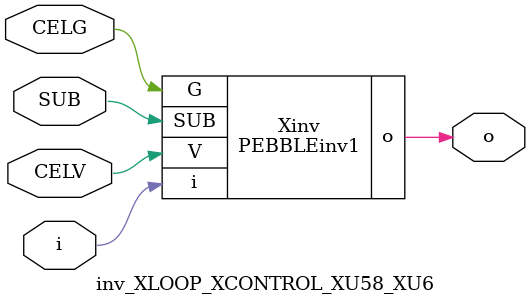
<source format=v>



module PEBBLEinv1 ( o, G, SUB, V, i );

  input V;
  input i;
  input G;
  output o;
  input SUB;
endmodule

//Celera Confidential Do Not Copy inv_XLOOP_XCONTROL_XU58_XU6
//Celera Confidential Symbol Generator
//5V Inverter
module inv_XLOOP_XCONTROL_XU58_XU6 (CELV,CELG,i,o,SUB);
input CELV;
input CELG;
input i;
input SUB;
output o;

//Celera Confidential Do Not Copy inv
PEBBLEinv1 Xinv(
.V (CELV),
.i (i),
.o (o),
.SUB (SUB),
.G (CELG)
);
//,diesize,PEBBLEinv1

//Celera Confidential Do Not Copy Module End
//Celera Schematic Generator
endmodule

</source>
